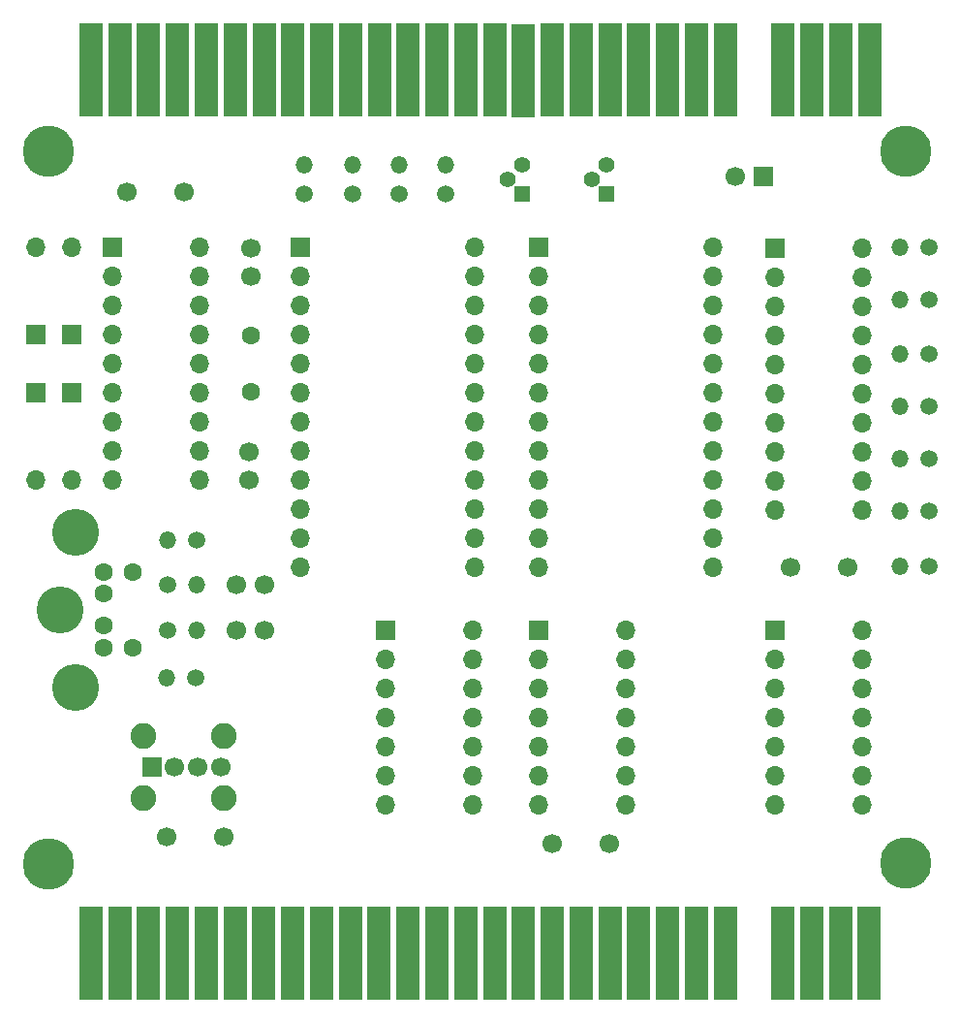
<source format=gbs>
G04 #@! TF.GenerationSoftware,KiCad,Pcbnew,(5.1.6)-1*
G04 #@! TF.CreationDate,2021-02-12T18:18:09+01:00*
G04 #@! TF.ProjectId,keyface-external,6b657966-6163-4652-9d65-787465726e61,rev?*
G04 #@! TF.SameCoordinates,Original*
G04 #@! TF.FileFunction,Soldermask,Bot*
G04 #@! TF.FilePolarity,Negative*
%FSLAX46Y46*%
G04 Gerber Fmt 4.6, Leading zero omitted, Abs format (unit mm)*
G04 Created by KiCad (PCBNEW (5.1.6)-1) date 2021-02-12 18:18:09*
%MOMM*%
%LPD*%
G01*
G04 APERTURE LIST*
%ADD10C,4.100000*%
%ADD11C,1.600000*%
%ADD12O,1.700000X1.700000*%
%ADD13R,1.700000X1.700000*%
%ADD14C,0.800000*%
%ADD15C,4.500000*%
%ADD16C,1.700000*%
%ADD17C,1.500000*%
%ADD18O,1.500000X1.500000*%
%ADD19R,1.400000X1.400000*%
%ADD20C,1.400000*%
%ADD21R,2.100000X8.100000*%
%ADD22C,2.250000*%
G04 APERTURE END LIST*
D10*
X105204000Y-92892000D03*
X103896000Y-99692000D03*
X105204000Y-106492000D03*
D11*
X107696000Y-98298000D03*
X110185200Y-96392000D03*
X107696000Y-96392000D03*
X110185200Y-102997000D03*
X107696000Y-102997000D03*
X107696000Y-101092000D03*
D12*
X101727000Y-68072000D03*
D13*
X101727000Y-75692000D03*
D14*
X104036726Y-58523274D03*
X102870000Y-58040000D03*
X101703274Y-58523274D03*
X101220000Y-59690000D03*
X101703274Y-60856726D03*
X102870000Y-61340000D03*
X104036726Y-60856726D03*
X104520000Y-59690000D03*
D15*
X102870000Y-59690000D03*
D14*
X178966726Y-58523274D03*
X177800000Y-58040000D03*
X176633274Y-58523274D03*
X176150000Y-59690000D03*
X176633274Y-60856726D03*
X177800000Y-61340000D03*
X178966726Y-60856726D03*
X179450000Y-59690000D03*
D15*
X177800000Y-59690000D03*
D14*
X178966726Y-120626274D03*
X177800000Y-120143000D03*
X176633274Y-120626274D03*
X176150000Y-121793000D03*
X176633274Y-122959726D03*
X177800000Y-123443000D03*
X178966726Y-122959726D03*
X179450000Y-121793000D03*
D15*
X177800000Y-121793000D03*
D14*
X104036726Y-120753274D03*
X102870000Y-120270000D03*
X101703274Y-120753274D03*
X101220000Y-121920000D03*
X101703274Y-123086726D03*
X102870000Y-123570000D03*
X104036726Y-123086726D03*
X104520000Y-121920000D03*
D15*
X102870000Y-121920000D03*
D13*
X165354000Y-61849000D03*
D16*
X162854000Y-61849000D03*
X121753000Y-97536000D03*
X119253000Y-97536000D03*
X119253000Y-101473000D03*
X121753000Y-101473000D03*
X167720000Y-96012000D03*
X172720000Y-96012000D03*
X109728000Y-63246000D03*
X114728000Y-63246000D03*
X120523000Y-70612000D03*
X120523000Y-68112000D03*
X120396000Y-88392000D03*
X120396000Y-85892000D03*
D13*
X108458000Y-68072000D03*
D12*
X116078000Y-88392000D03*
X108458000Y-70612000D03*
X116078000Y-85852000D03*
X108458000Y-73152000D03*
X116078000Y-83312000D03*
X108458000Y-75692000D03*
X116078000Y-80772000D03*
X108458000Y-78232000D03*
X116078000Y-78232000D03*
X108458000Y-80772000D03*
X116078000Y-75692000D03*
X108458000Y-83312000D03*
X116078000Y-73152000D03*
X108458000Y-85852000D03*
X116078000Y-70612000D03*
X108458000Y-88392000D03*
X116078000Y-68072000D03*
X160909000Y-68072000D03*
X145669000Y-96012000D03*
X160909000Y-70612000D03*
X145669000Y-93472000D03*
X160909000Y-73152000D03*
X145669000Y-90932000D03*
X160909000Y-75692000D03*
X145669000Y-88392000D03*
X160909000Y-78232000D03*
X145669000Y-85852000D03*
X160909000Y-80772000D03*
X145669000Y-83312000D03*
X160909000Y-83312000D03*
X145669000Y-80772000D03*
X160909000Y-85852000D03*
X145669000Y-78232000D03*
X160909000Y-88392000D03*
X145669000Y-75692000D03*
X160909000Y-90932000D03*
X145669000Y-73152000D03*
X160909000Y-93472000D03*
X145669000Y-70612000D03*
X160909000Y-96012000D03*
D13*
X145669000Y-68072000D03*
X124841000Y-68072000D03*
D12*
X140081000Y-96012000D03*
X124841000Y-70612000D03*
X140081000Y-93472000D03*
X124841000Y-73152000D03*
X140081000Y-90932000D03*
X124841000Y-75692000D03*
X140081000Y-88392000D03*
X124841000Y-78232000D03*
X140081000Y-85852000D03*
X124841000Y-80772000D03*
X140081000Y-83312000D03*
X124841000Y-83312000D03*
X140081000Y-80772000D03*
X124841000Y-85852000D03*
X140081000Y-78232000D03*
X124841000Y-88392000D03*
X140081000Y-75692000D03*
X124841000Y-90932000D03*
X140081000Y-73152000D03*
X124841000Y-93472000D03*
X140081000Y-70612000D03*
X124841000Y-96012000D03*
X140081000Y-68072000D03*
D13*
X166388000Y-68107600D03*
D12*
X174008000Y-90967600D03*
X166388000Y-70647600D03*
X174008000Y-88427600D03*
X166388000Y-73187600D03*
X174008000Y-85887600D03*
X166388000Y-75727600D03*
X174008000Y-83347600D03*
X166388000Y-78267600D03*
X174008000Y-80807600D03*
X166388000Y-80807600D03*
X174008000Y-78267600D03*
X166388000Y-83347600D03*
X174008000Y-75727600D03*
X166388000Y-85887600D03*
X174008000Y-73187600D03*
X166388000Y-88427600D03*
X174008000Y-70647600D03*
X166388000Y-90967600D03*
X174008000Y-68107600D03*
D13*
X132334000Y-101473000D03*
D12*
X139954000Y-116713000D03*
X132334000Y-104013000D03*
X139954000Y-114173000D03*
X132334000Y-106553000D03*
X139954000Y-111633000D03*
X132334000Y-109093000D03*
X139954000Y-109093000D03*
X132334000Y-111633000D03*
X139954000Y-106553000D03*
X132334000Y-114173000D03*
X139954000Y-104013000D03*
X132334000Y-116713000D03*
X139954000Y-101473000D03*
X153289000Y-101473000D03*
X145669000Y-116713000D03*
X153289000Y-104013000D03*
X145669000Y-114173000D03*
X153289000Y-106553000D03*
X145669000Y-111633000D03*
X153289000Y-109093000D03*
X145669000Y-109093000D03*
X153289000Y-111633000D03*
X145669000Y-106553000D03*
X153289000Y-114173000D03*
X145669000Y-104013000D03*
X153289000Y-116713000D03*
D13*
X145669000Y-101473000D03*
X166370000Y-101473000D03*
D12*
X173990000Y-116713000D03*
X166370000Y-104013000D03*
X173990000Y-114173000D03*
X166370000Y-106553000D03*
X173990000Y-111633000D03*
X166370000Y-109093000D03*
X173990000Y-109093000D03*
X166370000Y-111633000D03*
X173990000Y-106553000D03*
X166370000Y-114173000D03*
X173990000Y-104013000D03*
X166370000Y-116713000D03*
X173990000Y-101473000D03*
D11*
X120523000Y-80645000D03*
X120523000Y-75765000D03*
D17*
X113284000Y-101473000D03*
D18*
X115824000Y-101473000D03*
X115824000Y-97536000D03*
D17*
X113284000Y-97536000D03*
X179832000Y-95885000D03*
D18*
X177292000Y-95885000D03*
D17*
X125222000Y-63373000D03*
D18*
X125222000Y-60833000D03*
X129413000Y-60833000D03*
D17*
X129413000Y-63373000D03*
D18*
X133477000Y-60833000D03*
D17*
X133477000Y-63373000D03*
X137541000Y-63373000D03*
D18*
X137541000Y-60833000D03*
X177292000Y-68072000D03*
D17*
X179832000Y-68072000D03*
X179832000Y-72644000D03*
D18*
X177292000Y-72644000D03*
X177292000Y-77343000D03*
D17*
X179832000Y-77343000D03*
X179832000Y-81915000D03*
D18*
X177292000Y-81915000D03*
X177292000Y-86487000D03*
D17*
X179832000Y-86487000D03*
X179832000Y-91059000D03*
D18*
X177292000Y-91059000D03*
D17*
X115824000Y-93599000D03*
D18*
X113284000Y-93599000D03*
X113182400Y-105664000D03*
D17*
X115722400Y-105664000D03*
D19*
X144272000Y-63373000D03*
D20*
X144272000Y-60833000D03*
X143002000Y-62103000D03*
X150368000Y-62103000D03*
X151638000Y-60833000D03*
D19*
X151638000Y-63373000D03*
D21*
X174613000Y-52578000D03*
X172093000Y-52578000D03*
X169573000Y-52578000D03*
X167053000Y-52578000D03*
X162013000Y-52578000D03*
X159493000Y-52578000D03*
X156973000Y-52578000D03*
X154453000Y-52578000D03*
X151933000Y-52578000D03*
X149413000Y-52578000D03*
X146893000Y-52578000D03*
X144373000Y-52598000D03*
X141853000Y-52578000D03*
X139333000Y-52578000D03*
X136813000Y-52578000D03*
X134293000Y-52578000D03*
X131773000Y-52578000D03*
X129253000Y-52578000D03*
X126733000Y-52578000D03*
X124213000Y-52578000D03*
X121693000Y-52578000D03*
X119173000Y-52578000D03*
X116653000Y-52578000D03*
X114133000Y-52578000D03*
X111613000Y-52578000D03*
X109093000Y-52578000D03*
X106573000Y-52578000D03*
X174606000Y-129654000D03*
X172086000Y-129654000D03*
X169566000Y-129654000D03*
X167046000Y-129654000D03*
X162006000Y-129654000D03*
X159486000Y-129654000D03*
X156966000Y-129654000D03*
X154446000Y-129654000D03*
X151926000Y-129654000D03*
X149406000Y-129654000D03*
X146886000Y-129654000D03*
X144366000Y-129674000D03*
X141846000Y-129654000D03*
X139326000Y-129654000D03*
X136806000Y-129654000D03*
X134286000Y-129654000D03*
X131766000Y-129654000D03*
X129246000Y-129654000D03*
X126726000Y-129654000D03*
X124206000Y-129654000D03*
X121686000Y-129654000D03*
X119166000Y-129654000D03*
X116646000Y-129654000D03*
X114126000Y-129654000D03*
X111606000Y-129654000D03*
X109086000Y-129654000D03*
X106566000Y-129654000D03*
D16*
X117887000Y-113411000D03*
X115887000Y-113411000D03*
X113887000Y-113411000D03*
D13*
X111887000Y-113411000D03*
D22*
X111157000Y-116131000D03*
X118157000Y-116131000D03*
X118157000Y-110691000D03*
X111157000Y-110691000D03*
D12*
X104902000Y-68072000D03*
D13*
X104902000Y-75692000D03*
X104902000Y-80772000D03*
D12*
X104902000Y-88392000D03*
D13*
X101727000Y-80772000D03*
D12*
X101727000Y-88392000D03*
D16*
X151892000Y-120142000D03*
X146892000Y-120142000D03*
X118157000Y-119507000D03*
X113157000Y-119507000D03*
M02*

</source>
